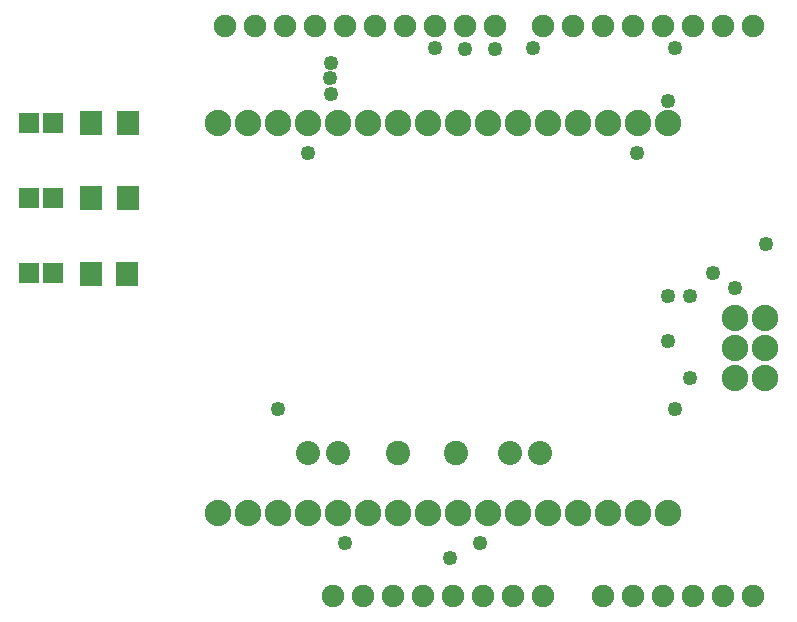
<source format=gts>
G04 MADE WITH FRITZING*
G04 WWW.FRITZING.ORG*
G04 DOUBLE SIDED*
G04 HOLES PLATED*
G04 CONTOUR ON CENTER OF CONTOUR VECTOR*
%ASAXBY*%
%FSLAX23Y23*%
%MOIN*%
%OFA0B0*%
%SFA1.0B1.0*%
%ADD10C,0.088000*%
%ADD11C,0.049370*%
%ADD12C,0.075278*%
%ADD13C,0.080925*%
%ADD14C,0.080866*%
%ADD15C,0.080000*%
%ADD16R,0.065118X0.069055*%
%ADD17R,0.072992X0.084803*%
%LNMASK1*%
G90*
G70*
G54D10*
X725Y1681D03*
X825Y1681D03*
X925Y1681D03*
X1025Y1681D03*
X1125Y1681D03*
X1225Y1681D03*
X1325Y1681D03*
X1425Y1681D03*
X1525Y1681D03*
X1625Y1681D03*
X1725Y1681D03*
X1825Y1681D03*
X1925Y1681D03*
X2025Y1681D03*
X2125Y1681D03*
X2225Y1681D03*
G54D11*
X2225Y956D03*
X2300Y831D03*
X2375Y1181D03*
X1500Y231D03*
X1025Y1581D03*
X2225Y1106D03*
X2450Y1131D03*
X2551Y1280D03*
X2250Y1931D03*
X1450Y1931D03*
X2225Y1756D03*
X2300Y1106D03*
X1550Y1930D03*
X1101Y1881D03*
X1650Y1930D03*
X1100Y1831D03*
X1101Y1780D03*
X1775Y1931D03*
X1600Y281D03*
X1150Y281D03*
X2250Y730D03*
X925Y730D03*
X2124Y1581D03*
G54D12*
X2110Y106D03*
X2210Y106D03*
X2310Y106D03*
X2410Y106D03*
X2510Y106D03*
X1650Y2006D03*
X1550Y2006D03*
X1450Y2006D03*
X1350Y2006D03*
X1250Y2006D03*
X1150Y2006D03*
X1050Y2006D03*
X950Y2006D03*
X850Y2006D03*
X750Y2006D03*
X2510Y2006D03*
X2410Y2006D03*
X2310Y2006D03*
X2210Y2006D03*
X2110Y2006D03*
X2010Y2006D03*
X1910Y2006D03*
X1810Y2006D03*
X1210Y106D03*
X1110Y106D03*
X1310Y106D03*
X1410Y106D03*
X1510Y106D03*
X1610Y106D03*
X1710Y106D03*
X1810Y106D03*
X2010Y106D03*
G54D13*
X1325Y581D03*
G54D14*
X1518Y581D03*
G54D15*
X1800Y581D03*
X1700Y581D03*
X1025Y581D03*
X1125Y581D03*
G54D10*
X2450Y1031D03*
X2450Y931D03*
X2450Y831D03*
X2450Y1031D03*
X2450Y931D03*
X2450Y831D03*
X2550Y831D03*
X2550Y931D03*
X2550Y1031D03*
X725Y381D03*
X825Y381D03*
X925Y381D03*
X1025Y381D03*
X1125Y381D03*
X1225Y381D03*
X1325Y381D03*
X1425Y381D03*
X1525Y381D03*
X1625Y381D03*
X1725Y381D03*
X1825Y381D03*
X1925Y381D03*
X2025Y381D03*
X2125Y381D03*
X2225Y381D03*
G54D16*
X95Y1681D03*
X175Y1681D03*
X95Y1431D03*
X175Y1431D03*
X95Y1181D03*
X175Y1181D03*
G54D17*
X302Y1178D03*
X424Y1178D03*
X303Y1431D03*
X425Y1431D03*
X303Y1681D03*
X425Y1681D03*
G04 End of Mask1*
M02*
</source>
